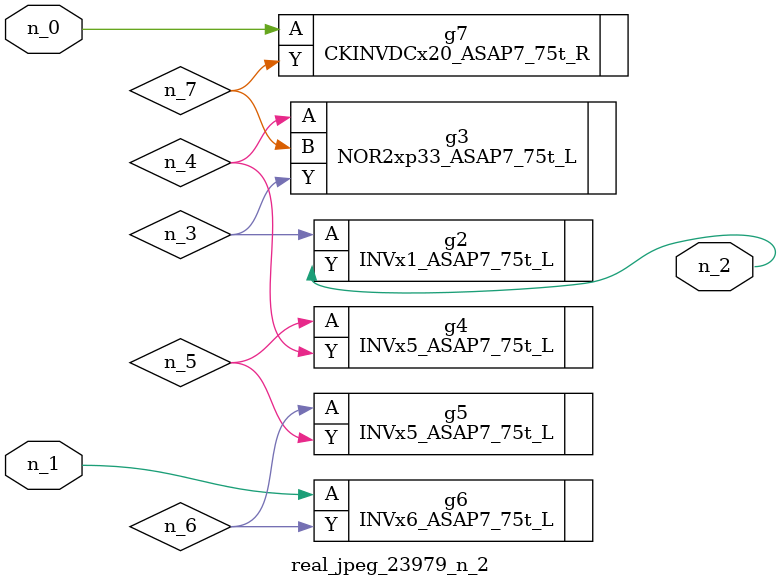
<source format=v>
module real_jpeg_23979_n_2 (n_1, n_0, n_2);

input n_1;
input n_0;

output n_2;

wire n_5;
wire n_4;
wire n_6;
wire n_7;
wire n_3;

CKINVDCx20_ASAP7_75t_R g7 ( 
.A(n_0),
.Y(n_7)
);

INVx6_ASAP7_75t_L g6 ( 
.A(n_1),
.Y(n_6)
);

INVx1_ASAP7_75t_L g2 ( 
.A(n_3),
.Y(n_2)
);

NOR2xp33_ASAP7_75t_L g3 ( 
.A(n_4),
.B(n_7),
.Y(n_3)
);

INVx5_ASAP7_75t_L g4 ( 
.A(n_5),
.Y(n_4)
);

INVx5_ASAP7_75t_L g5 ( 
.A(n_6),
.Y(n_5)
);


endmodule
</source>
